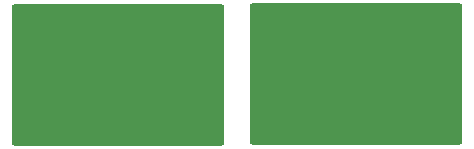
<source format=gbp>
%TF.GenerationSoftware,KiCad,Pcbnew,8.0.0*%
%TF.CreationDate,2024-12-15T14:54:56+05:30*%
%TF.ProjectId,RFID_1,52464944-5f31-42e6-9b69-6361645f7063,rev?*%
%TF.SameCoordinates,Original*%
%TF.FileFunction,Paste,Bot*%
%TF.FilePolarity,Positive*%
%FSLAX46Y46*%
G04 Gerber Fmt 4.6, Leading zero omitted, Abs format (unit mm)*
G04 Created by KiCad (PCBNEW 8.0.0) date 2024-12-15 14:54:56*
%MOMM*%
%LPD*%
G01*
G04 APERTURE LIST*
G04 Aperture macros list*
%AMRoundRect*
0 Rectangle with rounded corners*
0 $1 Rounding radius*
0 $2 $3 $4 $5 $6 $7 $8 $9 X,Y pos of 4 corners*
0 Add a 4 corners polygon primitive as box body*
4,1,4,$2,$3,$4,$5,$6,$7,$8,$9,$2,$3,0*
0 Add four circle primitives for the rounded corners*
1,1,$1+$1,$2,$3*
1,1,$1+$1,$4,$5*
1,1,$1+$1,$6,$7*
1,1,$1+$1,$8,$9*
0 Add four rect primitives between the rounded corners*
20,1,$1+$1,$2,$3,$4,$5,0*
20,1,$1+$1,$4,$5,$6,$7,0*
20,1,$1+$1,$6,$7,$8,$9,0*
20,1,$1+$1,$8,$9,$2,$3,0*%
G04 Aperture macros list end*
%ADD10RoundRect,0.250000X8.750000X-5.750000X8.750000X5.750000X-8.750000X5.750000X-8.750000X-5.750000X0*%
G04 APERTURE END LIST*
D10*
%TO.C,J4*%
X156850000Y-118675000D03*
%TD*%
%TO.C,J5*%
X136625000Y-118725000D03*
%TD*%
M02*

</source>
